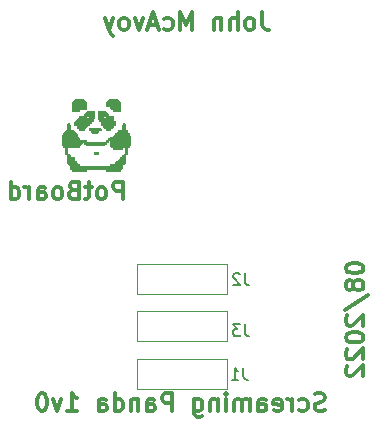
<source format=gbr>
%TF.GenerationSoftware,KiCad,Pcbnew,5.1.10*%
%TF.CreationDate,2021-09-21T18:43:12-07:00*%
%TF.ProjectId,PotBoard,506f7442-6f61-4726-942e-6b696361645f,rev?*%
%TF.SameCoordinates,Original*%
%TF.FileFunction,Legend,Bot*%
%TF.FilePolarity,Positive*%
%FSLAX46Y46*%
G04 Gerber Fmt 4.6, Leading zero omitted, Abs format (unit mm)*
G04 Created by KiCad (PCBNEW 5.1.10) date 2021-09-21 18:43:12*
%MOMM*%
%LPD*%
G01*
G04 APERTURE LIST*
%ADD10C,0.300000*%
%ADD11C,0.010000*%
%ADD12C,0.120000*%
%ADD13C,0.150000*%
G04 APERTURE END LIST*
D10*
X151245831Y-117448248D02*
X151245831Y-117591105D01*
X151317260Y-117733962D01*
X151388688Y-117805391D01*
X151531545Y-117876820D01*
X151817260Y-117948248D01*
X152174402Y-117948248D01*
X152460117Y-117876820D01*
X152602974Y-117805391D01*
X152674402Y-117733962D01*
X152745831Y-117591105D01*
X152745831Y-117448248D01*
X152674402Y-117305391D01*
X152602974Y-117233962D01*
X152460117Y-117162534D01*
X152174402Y-117091105D01*
X151817260Y-117091105D01*
X151531545Y-117162534D01*
X151388688Y-117233962D01*
X151317260Y-117305391D01*
X151245831Y-117448248D01*
X151888688Y-118805391D02*
X151817260Y-118662534D01*
X151745831Y-118591105D01*
X151602974Y-118519677D01*
X151531545Y-118519677D01*
X151388688Y-118591105D01*
X151317260Y-118662534D01*
X151245831Y-118805391D01*
X151245831Y-119091105D01*
X151317260Y-119233962D01*
X151388688Y-119305391D01*
X151531545Y-119376820D01*
X151602974Y-119376820D01*
X151745831Y-119305391D01*
X151817260Y-119233962D01*
X151888688Y-119091105D01*
X151888688Y-118805391D01*
X151960117Y-118662534D01*
X152031545Y-118591105D01*
X152174402Y-118519677D01*
X152460117Y-118519677D01*
X152602974Y-118591105D01*
X152674402Y-118662534D01*
X152745831Y-118805391D01*
X152745831Y-119091105D01*
X152674402Y-119233962D01*
X152602974Y-119305391D01*
X152460117Y-119376820D01*
X152174402Y-119376820D01*
X152031545Y-119305391D01*
X151960117Y-119233962D01*
X151888688Y-119091105D01*
X151174402Y-121091105D02*
X153102974Y-119805391D01*
X151388688Y-121519677D02*
X151317260Y-121591105D01*
X151245831Y-121733962D01*
X151245831Y-122091105D01*
X151317260Y-122233962D01*
X151388688Y-122305391D01*
X151531545Y-122376820D01*
X151674402Y-122376820D01*
X151888688Y-122305391D01*
X152745831Y-121448248D01*
X152745831Y-122376820D01*
X151245831Y-123305391D02*
X151245831Y-123448248D01*
X151317260Y-123591105D01*
X151388688Y-123662534D01*
X151531545Y-123733962D01*
X151817260Y-123805391D01*
X152174402Y-123805391D01*
X152460117Y-123733962D01*
X152602974Y-123662534D01*
X152674402Y-123591105D01*
X152745831Y-123448248D01*
X152745831Y-123305391D01*
X152674402Y-123162534D01*
X152602974Y-123091105D01*
X152460117Y-123019677D01*
X152174402Y-122948248D01*
X151817260Y-122948248D01*
X151531545Y-123019677D01*
X151388688Y-123091105D01*
X151317260Y-123162534D01*
X151245831Y-123305391D01*
X151388688Y-124376820D02*
X151317260Y-124448248D01*
X151245831Y-124591105D01*
X151245831Y-124948248D01*
X151317260Y-125091105D01*
X151388688Y-125162534D01*
X151531545Y-125233962D01*
X151674402Y-125233962D01*
X151888688Y-125162534D01*
X152745831Y-124305391D01*
X152745831Y-125233962D01*
X151388688Y-125805391D02*
X151317260Y-125876820D01*
X151245831Y-126019677D01*
X151245831Y-126376820D01*
X151317260Y-126519677D01*
X151388688Y-126591105D01*
X151531545Y-126662534D01*
X151674402Y-126662534D01*
X151888688Y-126591105D01*
X152745831Y-125733962D01*
X152745831Y-126662534D01*
X132385000Y-111676571D02*
X132385000Y-110176571D01*
X131813571Y-110176571D01*
X131670714Y-110248000D01*
X131599285Y-110319428D01*
X131527857Y-110462285D01*
X131527857Y-110676571D01*
X131599285Y-110819428D01*
X131670714Y-110890857D01*
X131813571Y-110962285D01*
X132385000Y-110962285D01*
X130670714Y-111676571D02*
X130813571Y-111605142D01*
X130885000Y-111533714D01*
X130956428Y-111390857D01*
X130956428Y-110962285D01*
X130885000Y-110819428D01*
X130813571Y-110748000D01*
X130670714Y-110676571D01*
X130456428Y-110676571D01*
X130313571Y-110748000D01*
X130242142Y-110819428D01*
X130170714Y-110962285D01*
X130170714Y-111390857D01*
X130242142Y-111533714D01*
X130313571Y-111605142D01*
X130456428Y-111676571D01*
X130670714Y-111676571D01*
X129742142Y-110676571D02*
X129170714Y-110676571D01*
X129527857Y-110176571D02*
X129527857Y-111462285D01*
X129456428Y-111605142D01*
X129313571Y-111676571D01*
X129170714Y-111676571D01*
X128170714Y-110890857D02*
X127956428Y-110962285D01*
X127885000Y-111033714D01*
X127813571Y-111176571D01*
X127813571Y-111390857D01*
X127885000Y-111533714D01*
X127956428Y-111605142D01*
X128099285Y-111676571D01*
X128670714Y-111676571D01*
X128670714Y-110176571D01*
X128170714Y-110176571D01*
X128027857Y-110248000D01*
X127956428Y-110319428D01*
X127885000Y-110462285D01*
X127885000Y-110605142D01*
X127956428Y-110748000D01*
X128027857Y-110819428D01*
X128170714Y-110890857D01*
X128670714Y-110890857D01*
X126956428Y-111676571D02*
X127099285Y-111605142D01*
X127170714Y-111533714D01*
X127242142Y-111390857D01*
X127242142Y-110962285D01*
X127170714Y-110819428D01*
X127099285Y-110748000D01*
X126956428Y-110676571D01*
X126742142Y-110676571D01*
X126599285Y-110748000D01*
X126527857Y-110819428D01*
X126456428Y-110962285D01*
X126456428Y-111390857D01*
X126527857Y-111533714D01*
X126599285Y-111605142D01*
X126742142Y-111676571D01*
X126956428Y-111676571D01*
X125170714Y-111676571D02*
X125170714Y-110890857D01*
X125242142Y-110748000D01*
X125385000Y-110676571D01*
X125670714Y-110676571D01*
X125813571Y-110748000D01*
X125170714Y-111605142D02*
X125313571Y-111676571D01*
X125670714Y-111676571D01*
X125813571Y-111605142D01*
X125885000Y-111462285D01*
X125885000Y-111319428D01*
X125813571Y-111176571D01*
X125670714Y-111105142D01*
X125313571Y-111105142D01*
X125170714Y-111033714D01*
X124456428Y-111676571D02*
X124456428Y-110676571D01*
X124456428Y-110962285D02*
X124385000Y-110819428D01*
X124313571Y-110748000D01*
X124170714Y-110676571D01*
X124027857Y-110676571D01*
X122885000Y-111676571D02*
X122885000Y-110176571D01*
X122885000Y-111605142D02*
X123027857Y-111676571D01*
X123313571Y-111676571D01*
X123456428Y-111605142D01*
X123527857Y-111533714D01*
X123599285Y-111390857D01*
X123599285Y-110962285D01*
X123527857Y-110819428D01*
X123456428Y-110748000D01*
X123313571Y-110676571D01*
X123027857Y-110676571D01*
X122885000Y-110748000D01*
X144152142Y-95825571D02*
X144152142Y-96897000D01*
X144223571Y-97111285D01*
X144366428Y-97254142D01*
X144580714Y-97325571D01*
X144723571Y-97325571D01*
X143223571Y-97325571D02*
X143366428Y-97254142D01*
X143437857Y-97182714D01*
X143509285Y-97039857D01*
X143509285Y-96611285D01*
X143437857Y-96468428D01*
X143366428Y-96397000D01*
X143223571Y-96325571D01*
X143009285Y-96325571D01*
X142866428Y-96397000D01*
X142795000Y-96468428D01*
X142723571Y-96611285D01*
X142723571Y-97039857D01*
X142795000Y-97182714D01*
X142866428Y-97254142D01*
X143009285Y-97325571D01*
X143223571Y-97325571D01*
X142080714Y-97325571D02*
X142080714Y-95825571D01*
X141437857Y-97325571D02*
X141437857Y-96539857D01*
X141509285Y-96397000D01*
X141652142Y-96325571D01*
X141866428Y-96325571D01*
X142009285Y-96397000D01*
X142080714Y-96468428D01*
X140723571Y-96325571D02*
X140723571Y-97325571D01*
X140723571Y-96468428D02*
X140652142Y-96397000D01*
X140509285Y-96325571D01*
X140295000Y-96325571D01*
X140152142Y-96397000D01*
X140080714Y-96539857D01*
X140080714Y-97325571D01*
X138223571Y-97325571D02*
X138223571Y-95825571D01*
X137723571Y-96897000D01*
X137223571Y-95825571D01*
X137223571Y-97325571D01*
X135866428Y-97254142D02*
X136009285Y-97325571D01*
X136295000Y-97325571D01*
X136437857Y-97254142D01*
X136509285Y-97182714D01*
X136580714Y-97039857D01*
X136580714Y-96611285D01*
X136509285Y-96468428D01*
X136437857Y-96397000D01*
X136295000Y-96325571D01*
X136009285Y-96325571D01*
X135866428Y-96397000D01*
X135295000Y-96897000D02*
X134580714Y-96897000D01*
X135437857Y-97325571D02*
X134937857Y-95825571D01*
X134437857Y-97325571D01*
X134080714Y-96325571D02*
X133723571Y-97325571D01*
X133366428Y-96325571D01*
X132580714Y-97325571D02*
X132723571Y-97254142D01*
X132795000Y-97182714D01*
X132866428Y-97039857D01*
X132866428Y-96611285D01*
X132795000Y-96468428D01*
X132723571Y-96397000D01*
X132580714Y-96325571D01*
X132366428Y-96325571D01*
X132223571Y-96397000D01*
X132152142Y-96468428D01*
X132080714Y-96611285D01*
X132080714Y-97039857D01*
X132152142Y-97182714D01*
X132223571Y-97254142D01*
X132366428Y-97325571D01*
X132580714Y-97325571D01*
X131580714Y-96325571D02*
X131223571Y-97325571D01*
X130866428Y-96325571D02*
X131223571Y-97325571D01*
X131366428Y-97682714D01*
X131437857Y-97754142D01*
X131580714Y-97825571D01*
X149460491Y-129542622D02*
X149246205Y-129614051D01*
X148889062Y-129614051D01*
X148746205Y-129542622D01*
X148674777Y-129471194D01*
X148603348Y-129328337D01*
X148603348Y-129185480D01*
X148674777Y-129042622D01*
X148746205Y-128971194D01*
X148889062Y-128899765D01*
X149174777Y-128828337D01*
X149317634Y-128756908D01*
X149389062Y-128685480D01*
X149460491Y-128542622D01*
X149460491Y-128399765D01*
X149389062Y-128256908D01*
X149317634Y-128185480D01*
X149174777Y-128114051D01*
X148817634Y-128114051D01*
X148603348Y-128185480D01*
X147317634Y-129542622D02*
X147460491Y-129614051D01*
X147746205Y-129614051D01*
X147889062Y-129542622D01*
X147960491Y-129471194D01*
X148031920Y-129328337D01*
X148031920Y-128899765D01*
X147960491Y-128756908D01*
X147889062Y-128685480D01*
X147746205Y-128614051D01*
X147460491Y-128614051D01*
X147317634Y-128685480D01*
X146674777Y-129614051D02*
X146674777Y-128614051D01*
X146674777Y-128899765D02*
X146603348Y-128756908D01*
X146531920Y-128685480D01*
X146389062Y-128614051D01*
X146246205Y-128614051D01*
X145174777Y-129542622D02*
X145317634Y-129614051D01*
X145603348Y-129614051D01*
X145746205Y-129542622D01*
X145817634Y-129399765D01*
X145817634Y-128828337D01*
X145746205Y-128685480D01*
X145603348Y-128614051D01*
X145317634Y-128614051D01*
X145174777Y-128685480D01*
X145103348Y-128828337D01*
X145103348Y-128971194D01*
X145817634Y-129114051D01*
X143817634Y-129614051D02*
X143817634Y-128828337D01*
X143889062Y-128685480D01*
X144031920Y-128614051D01*
X144317634Y-128614051D01*
X144460491Y-128685480D01*
X143817634Y-129542622D02*
X143960491Y-129614051D01*
X144317634Y-129614051D01*
X144460491Y-129542622D01*
X144531920Y-129399765D01*
X144531920Y-129256908D01*
X144460491Y-129114051D01*
X144317634Y-129042622D01*
X143960491Y-129042622D01*
X143817634Y-128971194D01*
X143103348Y-129614051D02*
X143103348Y-128614051D01*
X143103348Y-128756908D02*
X143031920Y-128685480D01*
X142889062Y-128614051D01*
X142674777Y-128614051D01*
X142531920Y-128685480D01*
X142460491Y-128828337D01*
X142460491Y-129614051D01*
X142460491Y-128828337D02*
X142389062Y-128685480D01*
X142246205Y-128614051D01*
X142031920Y-128614051D01*
X141889062Y-128685480D01*
X141817634Y-128828337D01*
X141817634Y-129614051D01*
X141103348Y-129614051D02*
X141103348Y-128614051D01*
X141103348Y-128114051D02*
X141174777Y-128185480D01*
X141103348Y-128256908D01*
X141031920Y-128185480D01*
X141103348Y-128114051D01*
X141103348Y-128256908D01*
X140389062Y-128614051D02*
X140389062Y-129614051D01*
X140389062Y-128756908D02*
X140317634Y-128685480D01*
X140174777Y-128614051D01*
X139960491Y-128614051D01*
X139817634Y-128685480D01*
X139746205Y-128828337D01*
X139746205Y-129614051D01*
X138389062Y-128614051D02*
X138389062Y-129828337D01*
X138460491Y-129971194D01*
X138531920Y-130042622D01*
X138674777Y-130114051D01*
X138889062Y-130114051D01*
X139031920Y-130042622D01*
X138389062Y-129542622D02*
X138531920Y-129614051D01*
X138817634Y-129614051D01*
X138960491Y-129542622D01*
X139031920Y-129471194D01*
X139103348Y-129328337D01*
X139103348Y-128899765D01*
X139031920Y-128756908D01*
X138960491Y-128685480D01*
X138817634Y-128614051D01*
X138531920Y-128614051D01*
X138389062Y-128685480D01*
X136531920Y-129614051D02*
X136531920Y-128114051D01*
X135960491Y-128114051D01*
X135817634Y-128185480D01*
X135746205Y-128256908D01*
X135674777Y-128399765D01*
X135674777Y-128614051D01*
X135746205Y-128756908D01*
X135817634Y-128828337D01*
X135960491Y-128899765D01*
X136531920Y-128899765D01*
X134389062Y-129614051D02*
X134389062Y-128828337D01*
X134460491Y-128685480D01*
X134603348Y-128614051D01*
X134889062Y-128614051D01*
X135031920Y-128685480D01*
X134389062Y-129542622D02*
X134531920Y-129614051D01*
X134889062Y-129614051D01*
X135031920Y-129542622D01*
X135103348Y-129399765D01*
X135103348Y-129256908D01*
X135031920Y-129114051D01*
X134889062Y-129042622D01*
X134531920Y-129042622D01*
X134389062Y-128971194D01*
X133674777Y-128614051D02*
X133674777Y-129614051D01*
X133674777Y-128756908D02*
X133603348Y-128685480D01*
X133460491Y-128614051D01*
X133246205Y-128614051D01*
X133103348Y-128685480D01*
X133031920Y-128828337D01*
X133031920Y-129614051D01*
X131674777Y-129614051D02*
X131674777Y-128114051D01*
X131674777Y-129542622D02*
X131817634Y-129614051D01*
X132103348Y-129614051D01*
X132246205Y-129542622D01*
X132317634Y-129471194D01*
X132389062Y-129328337D01*
X132389062Y-128899765D01*
X132317634Y-128756908D01*
X132246205Y-128685480D01*
X132103348Y-128614051D01*
X131817634Y-128614051D01*
X131674777Y-128685480D01*
X130317634Y-129614051D02*
X130317634Y-128828337D01*
X130389062Y-128685480D01*
X130531920Y-128614051D01*
X130817634Y-128614051D01*
X130960491Y-128685480D01*
X130317634Y-129542622D02*
X130460491Y-129614051D01*
X130817634Y-129614051D01*
X130960491Y-129542622D01*
X131031920Y-129399765D01*
X131031920Y-129256908D01*
X130960491Y-129114051D01*
X130817634Y-129042622D01*
X130460491Y-129042622D01*
X130317634Y-128971194D01*
X127674777Y-129614051D02*
X128531920Y-129614051D01*
X128103348Y-129614051D02*
X128103348Y-128114051D01*
X128246205Y-128328337D01*
X128389062Y-128471194D01*
X128531920Y-128542622D01*
X127174777Y-128614051D02*
X126817634Y-129614051D01*
X126460491Y-128614051D01*
X125603348Y-128114051D02*
X125460491Y-128114051D01*
X125317634Y-128185480D01*
X125246205Y-128256908D01*
X125174777Y-128399765D01*
X125103348Y-128685480D01*
X125103348Y-129042622D01*
X125174777Y-129328337D01*
X125246205Y-129471194D01*
X125317634Y-129542622D01*
X125460491Y-129614051D01*
X125603348Y-129614051D01*
X125746205Y-129542622D01*
X125817634Y-129471194D01*
X125889062Y-129328337D01*
X125960491Y-129042622D01*
X125960491Y-128685480D01*
X125889062Y-128399765D01*
X125817634Y-128256908D01*
X125746205Y-128185480D01*
X125603348Y-128114051D01*
D11*
%TO.C,G\u002A\u002A\u002A*%
G36*
X127702715Y-105240781D02*
G01*
X127672052Y-105289635D01*
X127659728Y-105399458D01*
X127657860Y-105534460D01*
X127654153Y-105704696D01*
X127637869Y-105796684D01*
X127601261Y-105833656D01*
X127556260Y-105839260D01*
X127471358Y-105875181D01*
X127454660Y-105940860D01*
X127418739Y-106025762D01*
X127353060Y-106042460D01*
X127310172Y-106048440D01*
X127281410Y-106077608D01*
X127263969Y-106146798D01*
X127255041Y-106272847D01*
X127251822Y-106472593D01*
X127251460Y-106652060D01*
X127252457Y-106909389D01*
X127257319Y-107081960D01*
X127268850Y-107186610D01*
X127289858Y-107240176D01*
X127323149Y-107259493D01*
X127353060Y-107261660D01*
X127409806Y-107272781D01*
X127440469Y-107321635D01*
X127452793Y-107431458D01*
X127454660Y-107566460D01*
X127458368Y-107736696D01*
X127474652Y-107828684D01*
X127511260Y-107865656D01*
X127556260Y-107871260D01*
X127606882Y-107879744D01*
X127637221Y-107918823D01*
X127652386Y-108008932D01*
X127657487Y-108170509D01*
X127657860Y-108277660D01*
X127659982Y-108480145D01*
X127669751Y-108601500D01*
X127692279Y-108662161D01*
X127732673Y-108682564D01*
X127759460Y-108684060D01*
X127825931Y-108701100D01*
X127855308Y-108769973D01*
X127861060Y-108887260D01*
X127869581Y-109020200D01*
X127904017Y-109078955D01*
X127962660Y-109090460D01*
X128047563Y-109126381D01*
X128064260Y-109192060D01*
X128070241Y-109234948D01*
X128099409Y-109263710D01*
X128168599Y-109281151D01*
X128294648Y-109290079D01*
X128494394Y-109293298D01*
X128673860Y-109293660D01*
X128931190Y-109292663D01*
X129103761Y-109287801D01*
X129208411Y-109276270D01*
X129261977Y-109255262D01*
X129281294Y-109221971D01*
X129283460Y-109192060D01*
X129288206Y-109154069D01*
X129312190Y-109126952D01*
X129370033Y-109108879D01*
X129476354Y-109098023D01*
X129645774Y-109092557D01*
X129892914Y-109090653D01*
X130096260Y-109090460D01*
X130400181Y-109091053D01*
X130617123Y-109094051D01*
X130761708Y-109101281D01*
X130848555Y-109114571D01*
X130892284Y-109135749D01*
X130907515Y-109166641D01*
X130909060Y-109192060D01*
X130915041Y-109234948D01*
X130944209Y-109263710D01*
X131013399Y-109281151D01*
X131139448Y-109290079D01*
X131339194Y-109293298D01*
X131518660Y-109293660D01*
X131775990Y-109292663D01*
X131948561Y-109287801D01*
X132053211Y-109276270D01*
X132106777Y-109255262D01*
X132126094Y-109221971D01*
X132128260Y-109192060D01*
X132164182Y-109107157D01*
X132229860Y-109090460D01*
X132296331Y-109073419D01*
X132325708Y-109004546D01*
X132331460Y-108887260D01*
X132339981Y-108754319D01*
X132374417Y-108695564D01*
X132433060Y-108684060D01*
X132483682Y-108675575D01*
X132514021Y-108636496D01*
X132529186Y-108546387D01*
X132534287Y-108384810D01*
X132534660Y-108277660D01*
X132536782Y-108075174D01*
X132546551Y-107953819D01*
X132569079Y-107893158D01*
X132609473Y-107872755D01*
X132636260Y-107871260D01*
X132693006Y-107860138D01*
X132723669Y-107811284D01*
X132735993Y-107701461D01*
X132737860Y-107566460D01*
X132534660Y-107566460D01*
X132530953Y-107736696D01*
X132514669Y-107828684D01*
X132478061Y-107865656D01*
X132433060Y-107871260D01*
X132348158Y-107907181D01*
X132331460Y-107972860D01*
X132295539Y-108057762D01*
X132229860Y-108074460D01*
X132144958Y-108110381D01*
X132128260Y-108176060D01*
X132092339Y-108260962D01*
X132026660Y-108277660D01*
X131941758Y-108313581D01*
X131925060Y-108379260D01*
X131889139Y-108464162D01*
X131823460Y-108480860D01*
X131738558Y-108516781D01*
X131721860Y-108582460D01*
X131704820Y-108648930D01*
X131635947Y-108678307D01*
X131518660Y-108684060D01*
X131385720Y-108692580D01*
X131326965Y-108727016D01*
X131315460Y-108785660D01*
X131312172Y-108816423D01*
X131294647Y-108840255D01*
X131251392Y-108858039D01*
X131170917Y-108870660D01*
X131041730Y-108879002D01*
X130852339Y-108883948D01*
X130591253Y-108886382D01*
X130246981Y-108887189D01*
X129994660Y-108887260D01*
X129594737Y-108887007D01*
X129284921Y-108885658D01*
X129053723Y-108882331D01*
X128889649Y-108876141D01*
X128781209Y-108866203D01*
X128716912Y-108851635D01*
X128685265Y-108831551D01*
X128674777Y-108805069D01*
X128673860Y-108785660D01*
X128637939Y-108700757D01*
X128572260Y-108684060D01*
X128487358Y-108648138D01*
X128470660Y-108582460D01*
X128434739Y-108497557D01*
X128369060Y-108480860D01*
X128302590Y-108463819D01*
X128273213Y-108394946D01*
X128267460Y-108277660D01*
X128267460Y-108074460D01*
X128064260Y-108074460D01*
X127931320Y-108065939D01*
X127872565Y-108031503D01*
X127861060Y-107972860D01*
X127825139Y-107887957D01*
X127759460Y-107871260D01*
X127702715Y-107860138D01*
X127672052Y-107811284D01*
X127659728Y-107701461D01*
X127657860Y-107566460D01*
X127657860Y-107261660D01*
X128165860Y-107261660D01*
X128397070Y-107260265D01*
X128545082Y-107253630D01*
X128628284Y-107238076D01*
X128665067Y-107209926D01*
X128673819Y-107165501D01*
X128673860Y-107160060D01*
X128709782Y-107075157D01*
X128775460Y-107058460D01*
X128860363Y-107022538D01*
X128877060Y-106956860D01*
X128912982Y-106871957D01*
X128978660Y-106855260D01*
X129063563Y-106891181D01*
X129080260Y-106956860D01*
X129084591Y-106992979D01*
X129106780Y-107019342D01*
X129160619Y-107037482D01*
X129259903Y-107048931D01*
X129418424Y-107055222D01*
X129649977Y-107057887D01*
X129968354Y-107058458D01*
X129994660Y-107058460D01*
X130319737Y-107057978D01*
X130557007Y-107055513D01*
X130720266Y-107049531D01*
X130823306Y-107038499D01*
X130879921Y-107020886D01*
X130903904Y-106995158D01*
X130909049Y-106959782D01*
X130909060Y-106956860D01*
X130944982Y-106871957D01*
X131010660Y-106855260D01*
X131095563Y-106819338D01*
X131112260Y-106753660D01*
X131148182Y-106668757D01*
X131213860Y-106652060D01*
X131270606Y-106663181D01*
X131301269Y-106712035D01*
X131313593Y-106821858D01*
X131315460Y-106956860D01*
X131319168Y-107127096D01*
X131335452Y-107219084D01*
X131372060Y-107256056D01*
X131417060Y-107261660D01*
X131501963Y-107297581D01*
X131518660Y-107363260D01*
X131527145Y-107413881D01*
X131566224Y-107444220D01*
X131656333Y-107459385D01*
X131817910Y-107464486D01*
X131925060Y-107464860D01*
X132127546Y-107462738D01*
X132248901Y-107452969D01*
X132309562Y-107430441D01*
X132329965Y-107390047D01*
X132331460Y-107363260D01*
X132367382Y-107278357D01*
X132433060Y-107261660D01*
X132489806Y-107272781D01*
X132520469Y-107321635D01*
X132532793Y-107431458D01*
X132534660Y-107566460D01*
X132737860Y-107566460D01*
X132741568Y-107396223D01*
X132757852Y-107304235D01*
X132794460Y-107267263D01*
X132839460Y-107261660D01*
X132882349Y-107255679D01*
X132911111Y-107226511D01*
X132928552Y-107157321D01*
X132937480Y-107031272D01*
X132940699Y-106831526D01*
X132941060Y-106652060D01*
X132940064Y-106394730D01*
X132935202Y-106222159D01*
X132923671Y-106117509D01*
X132902663Y-106063943D01*
X132869372Y-106044626D01*
X132839460Y-106042460D01*
X132754558Y-106006538D01*
X132737860Y-105940860D01*
X132701939Y-105855957D01*
X132636260Y-105839260D01*
X132579515Y-105828138D01*
X132548852Y-105779284D01*
X132536528Y-105669461D01*
X132534660Y-105534460D01*
X132530953Y-105364223D01*
X132514669Y-105272235D01*
X132478061Y-105235263D01*
X132433060Y-105229660D01*
X132376315Y-105240781D01*
X132345652Y-105289635D01*
X132333328Y-105399458D01*
X132331460Y-105534460D01*
X132331460Y-105839260D01*
X132128260Y-105839260D01*
X131995320Y-105847780D01*
X131936565Y-105882216D01*
X131925060Y-105940860D01*
X131889139Y-106025762D01*
X131823460Y-106042460D01*
X131738558Y-106078381D01*
X131721860Y-106144060D01*
X131685939Y-106228962D01*
X131620260Y-106245660D01*
X131535358Y-106281581D01*
X131518660Y-106347260D01*
X131501620Y-106413730D01*
X131432747Y-106443107D01*
X131315460Y-106448860D01*
X131182520Y-106457380D01*
X131123765Y-106491816D01*
X131112260Y-106550460D01*
X131076339Y-106635362D01*
X131010660Y-106652060D01*
X130925758Y-106687981D01*
X130909060Y-106753660D01*
X130904315Y-106791650D01*
X130880331Y-106818767D01*
X130822488Y-106836840D01*
X130716167Y-106847696D01*
X130546747Y-106853162D01*
X130299607Y-106855066D01*
X130096260Y-106855260D01*
X129792340Y-106854666D01*
X129575398Y-106851668D01*
X129430813Y-106844438D01*
X129343966Y-106831148D01*
X129300237Y-106809970D01*
X129285006Y-106779078D01*
X129283460Y-106753660D01*
X129272339Y-106696914D01*
X129223485Y-106666251D01*
X129113662Y-106653927D01*
X128978660Y-106652060D01*
X128808424Y-106648352D01*
X128716436Y-106632068D01*
X128679464Y-106595460D01*
X128673860Y-106550460D01*
X128637939Y-106465557D01*
X128572260Y-106448860D01*
X128505790Y-106431819D01*
X128476413Y-106362946D01*
X128470660Y-106245660D01*
X128462140Y-106112719D01*
X128427704Y-106053964D01*
X128369060Y-106042460D01*
X128284158Y-106006538D01*
X128267460Y-105940860D01*
X128250420Y-105874389D01*
X128181547Y-105845012D01*
X128064260Y-105839260D01*
X127861060Y-105839260D01*
X127861060Y-105534460D01*
X127857353Y-105364223D01*
X127841069Y-105272235D01*
X127804461Y-105235263D01*
X127759460Y-105229660D01*
X127702715Y-105240781D01*
G37*
X127702715Y-105240781D02*
X127672052Y-105289635D01*
X127659728Y-105399458D01*
X127657860Y-105534460D01*
X127654153Y-105704696D01*
X127637869Y-105796684D01*
X127601261Y-105833656D01*
X127556260Y-105839260D01*
X127471358Y-105875181D01*
X127454660Y-105940860D01*
X127418739Y-106025762D01*
X127353060Y-106042460D01*
X127310172Y-106048440D01*
X127281410Y-106077608D01*
X127263969Y-106146798D01*
X127255041Y-106272847D01*
X127251822Y-106472593D01*
X127251460Y-106652060D01*
X127252457Y-106909389D01*
X127257319Y-107081960D01*
X127268850Y-107186610D01*
X127289858Y-107240176D01*
X127323149Y-107259493D01*
X127353060Y-107261660D01*
X127409806Y-107272781D01*
X127440469Y-107321635D01*
X127452793Y-107431458D01*
X127454660Y-107566460D01*
X127458368Y-107736696D01*
X127474652Y-107828684D01*
X127511260Y-107865656D01*
X127556260Y-107871260D01*
X127606882Y-107879744D01*
X127637221Y-107918823D01*
X127652386Y-108008932D01*
X127657487Y-108170509D01*
X127657860Y-108277660D01*
X127659982Y-108480145D01*
X127669751Y-108601500D01*
X127692279Y-108662161D01*
X127732673Y-108682564D01*
X127759460Y-108684060D01*
X127825931Y-108701100D01*
X127855308Y-108769973D01*
X127861060Y-108887260D01*
X127869581Y-109020200D01*
X127904017Y-109078955D01*
X127962660Y-109090460D01*
X128047563Y-109126381D01*
X128064260Y-109192060D01*
X128070241Y-109234948D01*
X128099409Y-109263710D01*
X128168599Y-109281151D01*
X128294648Y-109290079D01*
X128494394Y-109293298D01*
X128673860Y-109293660D01*
X128931190Y-109292663D01*
X129103761Y-109287801D01*
X129208411Y-109276270D01*
X129261977Y-109255262D01*
X129281294Y-109221971D01*
X129283460Y-109192060D01*
X129288206Y-109154069D01*
X129312190Y-109126952D01*
X129370033Y-109108879D01*
X129476354Y-109098023D01*
X129645774Y-109092557D01*
X129892914Y-109090653D01*
X130096260Y-109090460D01*
X130400181Y-109091053D01*
X130617123Y-109094051D01*
X130761708Y-109101281D01*
X130848555Y-109114571D01*
X130892284Y-109135749D01*
X130907515Y-109166641D01*
X130909060Y-109192060D01*
X130915041Y-109234948D01*
X130944209Y-109263710D01*
X131013399Y-109281151D01*
X131139448Y-109290079D01*
X131339194Y-109293298D01*
X131518660Y-109293660D01*
X131775990Y-109292663D01*
X131948561Y-109287801D01*
X132053211Y-109276270D01*
X132106777Y-109255262D01*
X132126094Y-109221971D01*
X132128260Y-109192060D01*
X132164182Y-109107157D01*
X132229860Y-109090460D01*
X132296331Y-109073419D01*
X132325708Y-109004546D01*
X132331460Y-108887260D01*
X132339981Y-108754319D01*
X132374417Y-108695564D01*
X132433060Y-108684060D01*
X132483682Y-108675575D01*
X132514021Y-108636496D01*
X132529186Y-108546387D01*
X132534287Y-108384810D01*
X132534660Y-108277660D01*
X132536782Y-108075174D01*
X132546551Y-107953819D01*
X132569079Y-107893158D01*
X132609473Y-107872755D01*
X132636260Y-107871260D01*
X132693006Y-107860138D01*
X132723669Y-107811284D01*
X132735993Y-107701461D01*
X132737860Y-107566460D01*
X132534660Y-107566460D01*
X132530953Y-107736696D01*
X132514669Y-107828684D01*
X132478061Y-107865656D01*
X132433060Y-107871260D01*
X132348158Y-107907181D01*
X132331460Y-107972860D01*
X132295539Y-108057762D01*
X132229860Y-108074460D01*
X132144958Y-108110381D01*
X132128260Y-108176060D01*
X132092339Y-108260962D01*
X132026660Y-108277660D01*
X131941758Y-108313581D01*
X131925060Y-108379260D01*
X131889139Y-108464162D01*
X131823460Y-108480860D01*
X131738558Y-108516781D01*
X131721860Y-108582460D01*
X131704820Y-108648930D01*
X131635947Y-108678307D01*
X131518660Y-108684060D01*
X131385720Y-108692580D01*
X131326965Y-108727016D01*
X131315460Y-108785660D01*
X131312172Y-108816423D01*
X131294647Y-108840255D01*
X131251392Y-108858039D01*
X131170917Y-108870660D01*
X131041730Y-108879002D01*
X130852339Y-108883948D01*
X130591253Y-108886382D01*
X130246981Y-108887189D01*
X129994660Y-108887260D01*
X129594737Y-108887007D01*
X129284921Y-108885658D01*
X129053723Y-108882331D01*
X128889649Y-108876141D01*
X128781209Y-108866203D01*
X128716912Y-108851635D01*
X128685265Y-108831551D01*
X128674777Y-108805069D01*
X128673860Y-108785660D01*
X128637939Y-108700757D01*
X128572260Y-108684060D01*
X128487358Y-108648138D01*
X128470660Y-108582460D01*
X128434739Y-108497557D01*
X128369060Y-108480860D01*
X128302590Y-108463819D01*
X128273213Y-108394946D01*
X128267460Y-108277660D01*
X128267460Y-108074460D01*
X128064260Y-108074460D01*
X127931320Y-108065939D01*
X127872565Y-108031503D01*
X127861060Y-107972860D01*
X127825139Y-107887957D01*
X127759460Y-107871260D01*
X127702715Y-107860138D01*
X127672052Y-107811284D01*
X127659728Y-107701461D01*
X127657860Y-107566460D01*
X127657860Y-107261660D01*
X128165860Y-107261660D01*
X128397070Y-107260265D01*
X128545082Y-107253630D01*
X128628284Y-107238076D01*
X128665067Y-107209926D01*
X128673819Y-107165501D01*
X128673860Y-107160060D01*
X128709782Y-107075157D01*
X128775460Y-107058460D01*
X128860363Y-107022538D01*
X128877060Y-106956860D01*
X128912982Y-106871957D01*
X128978660Y-106855260D01*
X129063563Y-106891181D01*
X129080260Y-106956860D01*
X129084591Y-106992979D01*
X129106780Y-107019342D01*
X129160619Y-107037482D01*
X129259903Y-107048931D01*
X129418424Y-107055222D01*
X129649977Y-107057887D01*
X129968354Y-107058458D01*
X129994660Y-107058460D01*
X130319737Y-107057978D01*
X130557007Y-107055513D01*
X130720266Y-107049531D01*
X130823306Y-107038499D01*
X130879921Y-107020886D01*
X130903904Y-106995158D01*
X130909049Y-106959782D01*
X130909060Y-106956860D01*
X130944982Y-106871957D01*
X131010660Y-106855260D01*
X131095563Y-106819338D01*
X131112260Y-106753660D01*
X131148182Y-106668757D01*
X131213860Y-106652060D01*
X131270606Y-106663181D01*
X131301269Y-106712035D01*
X131313593Y-106821858D01*
X131315460Y-106956860D01*
X131319168Y-107127096D01*
X131335452Y-107219084D01*
X131372060Y-107256056D01*
X131417060Y-107261660D01*
X131501963Y-107297581D01*
X131518660Y-107363260D01*
X131527145Y-107413881D01*
X131566224Y-107444220D01*
X131656333Y-107459385D01*
X131817910Y-107464486D01*
X131925060Y-107464860D01*
X132127546Y-107462738D01*
X132248901Y-107452969D01*
X132309562Y-107430441D01*
X132329965Y-107390047D01*
X132331460Y-107363260D01*
X132367382Y-107278357D01*
X132433060Y-107261660D01*
X132489806Y-107272781D01*
X132520469Y-107321635D01*
X132532793Y-107431458D01*
X132534660Y-107566460D01*
X132737860Y-107566460D01*
X132741568Y-107396223D01*
X132757852Y-107304235D01*
X132794460Y-107267263D01*
X132839460Y-107261660D01*
X132882349Y-107255679D01*
X132911111Y-107226511D01*
X132928552Y-107157321D01*
X132937480Y-107031272D01*
X132940699Y-106831526D01*
X132941060Y-106652060D01*
X132940064Y-106394730D01*
X132935202Y-106222159D01*
X132923671Y-106117509D01*
X132902663Y-106063943D01*
X132869372Y-106044626D01*
X132839460Y-106042460D01*
X132754558Y-106006538D01*
X132737860Y-105940860D01*
X132701939Y-105855957D01*
X132636260Y-105839260D01*
X132579515Y-105828138D01*
X132548852Y-105779284D01*
X132536528Y-105669461D01*
X132534660Y-105534460D01*
X132530953Y-105364223D01*
X132514669Y-105272235D01*
X132478061Y-105235263D01*
X132433060Y-105229660D01*
X132376315Y-105240781D01*
X132345652Y-105289635D01*
X132333328Y-105399458D01*
X132331460Y-105534460D01*
X132331460Y-105839260D01*
X132128260Y-105839260D01*
X131995320Y-105847780D01*
X131936565Y-105882216D01*
X131925060Y-105940860D01*
X131889139Y-106025762D01*
X131823460Y-106042460D01*
X131738558Y-106078381D01*
X131721860Y-106144060D01*
X131685939Y-106228962D01*
X131620260Y-106245660D01*
X131535358Y-106281581D01*
X131518660Y-106347260D01*
X131501620Y-106413730D01*
X131432747Y-106443107D01*
X131315460Y-106448860D01*
X131182520Y-106457380D01*
X131123765Y-106491816D01*
X131112260Y-106550460D01*
X131076339Y-106635362D01*
X131010660Y-106652060D01*
X130925758Y-106687981D01*
X130909060Y-106753660D01*
X130904315Y-106791650D01*
X130880331Y-106818767D01*
X130822488Y-106836840D01*
X130716167Y-106847696D01*
X130546747Y-106853162D01*
X130299607Y-106855066D01*
X130096260Y-106855260D01*
X129792340Y-106854666D01*
X129575398Y-106851668D01*
X129430813Y-106844438D01*
X129343966Y-106831148D01*
X129300237Y-106809970D01*
X129285006Y-106779078D01*
X129283460Y-106753660D01*
X129272339Y-106696914D01*
X129223485Y-106666251D01*
X129113662Y-106653927D01*
X128978660Y-106652060D01*
X128808424Y-106648352D01*
X128716436Y-106632068D01*
X128679464Y-106595460D01*
X128673860Y-106550460D01*
X128637939Y-106465557D01*
X128572260Y-106448860D01*
X128505790Y-106431819D01*
X128476413Y-106362946D01*
X128470660Y-106245660D01*
X128462140Y-106112719D01*
X128427704Y-106053964D01*
X128369060Y-106042460D01*
X128284158Y-106006538D01*
X128267460Y-105940860D01*
X128250420Y-105874389D01*
X128181547Y-105845012D01*
X128064260Y-105839260D01*
X127861060Y-105839260D01*
X127861060Y-105534460D01*
X127857353Y-105364223D01*
X127841069Y-105272235D01*
X127804461Y-105235263D01*
X127759460Y-105229660D01*
X127702715Y-105240781D01*
G36*
X129763451Y-105637454D02*
G01*
X129615439Y-105644089D01*
X129532237Y-105659643D01*
X129495454Y-105687793D01*
X129486702Y-105732218D01*
X129486660Y-105737660D01*
X129522582Y-105822562D01*
X129588260Y-105839260D01*
X129673163Y-105875181D01*
X129689860Y-105940860D01*
X129700982Y-105997605D01*
X129749836Y-106028268D01*
X129859659Y-106040592D01*
X129994660Y-106042460D01*
X130164897Y-106038752D01*
X130256885Y-106022468D01*
X130293857Y-105985860D01*
X130299460Y-105940860D01*
X130335382Y-105855957D01*
X130401060Y-105839260D01*
X130485963Y-105803338D01*
X130502660Y-105737660D01*
X130495688Y-105691418D01*
X130462512Y-105661815D01*
X130384743Y-105645175D01*
X130243991Y-105637818D01*
X130021867Y-105636068D01*
X129994660Y-105636060D01*
X129763451Y-105637454D01*
G37*
X129763451Y-105637454D02*
X129615439Y-105644089D01*
X129532237Y-105659643D01*
X129495454Y-105687793D01*
X129486702Y-105732218D01*
X129486660Y-105737660D01*
X129522582Y-105822562D01*
X129588260Y-105839260D01*
X129673163Y-105875181D01*
X129689860Y-105940860D01*
X129700982Y-105997605D01*
X129749836Y-106028268D01*
X129859659Y-106040592D01*
X129994660Y-106042460D01*
X130164897Y-106038752D01*
X130256885Y-106022468D01*
X130293857Y-105985860D01*
X130299460Y-105940860D01*
X130335382Y-105855957D01*
X130401060Y-105839260D01*
X130485963Y-105803338D01*
X130502660Y-105737660D01*
X130495688Y-105691418D01*
X130462512Y-105661815D01*
X130384743Y-105645175D01*
X130243991Y-105637818D01*
X130021867Y-105636068D01*
X129994660Y-105636060D01*
X129763451Y-105637454D01*
G36*
X130299460Y-104620060D02*
G01*
X130301582Y-104822545D01*
X130311351Y-104943900D01*
X130333879Y-105004561D01*
X130374273Y-105024964D01*
X130401060Y-105026460D01*
X130467531Y-105043500D01*
X130496908Y-105112373D01*
X130502660Y-105229660D01*
X130511181Y-105362600D01*
X130545617Y-105421355D01*
X130604260Y-105432860D01*
X130689163Y-105468781D01*
X130705860Y-105534460D01*
X130741782Y-105619362D01*
X130807460Y-105636060D01*
X130892363Y-105671981D01*
X130909060Y-105737660D01*
X130926101Y-105804130D01*
X130994974Y-105833507D01*
X131112260Y-105839260D01*
X131245201Y-105830739D01*
X131303956Y-105796303D01*
X131315460Y-105737660D01*
X131351382Y-105652757D01*
X131417060Y-105636060D01*
X131501963Y-105600138D01*
X131518660Y-105534460D01*
X131554582Y-105449557D01*
X131620260Y-105432860D01*
X131686731Y-105415819D01*
X131716108Y-105346946D01*
X131721860Y-105229660D01*
X131713340Y-105096719D01*
X131678904Y-105037964D01*
X131620260Y-105026460D01*
X131553790Y-105009419D01*
X131524413Y-104940546D01*
X131518660Y-104823260D01*
X131518660Y-104721660D01*
X130909060Y-104721660D01*
X130873139Y-104806562D01*
X130807460Y-104823260D01*
X130722558Y-104787338D01*
X130705860Y-104721660D01*
X130741782Y-104636757D01*
X130807460Y-104620060D01*
X130892363Y-104655981D01*
X130909060Y-104721660D01*
X131518660Y-104721660D01*
X131518660Y-104620060D01*
X131315460Y-104620060D01*
X131182520Y-104611539D01*
X131123765Y-104577103D01*
X131112260Y-104518460D01*
X131076339Y-104433557D01*
X131010660Y-104416860D01*
X130925758Y-104380938D01*
X130909060Y-104315260D01*
X130897939Y-104258514D01*
X130849085Y-104227851D01*
X130739262Y-104215527D01*
X130604260Y-104213660D01*
X130299460Y-104213660D01*
X130299460Y-104620060D01*
G37*
X130299460Y-104620060D02*
X130301582Y-104822545D01*
X130311351Y-104943900D01*
X130333879Y-105004561D01*
X130374273Y-105024964D01*
X130401060Y-105026460D01*
X130467531Y-105043500D01*
X130496908Y-105112373D01*
X130502660Y-105229660D01*
X130511181Y-105362600D01*
X130545617Y-105421355D01*
X130604260Y-105432860D01*
X130689163Y-105468781D01*
X130705860Y-105534460D01*
X130741782Y-105619362D01*
X130807460Y-105636060D01*
X130892363Y-105671981D01*
X130909060Y-105737660D01*
X130926101Y-105804130D01*
X130994974Y-105833507D01*
X131112260Y-105839260D01*
X131245201Y-105830739D01*
X131303956Y-105796303D01*
X131315460Y-105737660D01*
X131351382Y-105652757D01*
X131417060Y-105636060D01*
X131501963Y-105600138D01*
X131518660Y-105534460D01*
X131554582Y-105449557D01*
X131620260Y-105432860D01*
X131686731Y-105415819D01*
X131716108Y-105346946D01*
X131721860Y-105229660D01*
X131713340Y-105096719D01*
X131678904Y-105037964D01*
X131620260Y-105026460D01*
X131553790Y-105009419D01*
X131524413Y-104940546D01*
X131518660Y-104823260D01*
X131518660Y-104721660D01*
X130909060Y-104721660D01*
X130873139Y-104806562D01*
X130807460Y-104823260D01*
X130722558Y-104787338D01*
X130705860Y-104721660D01*
X130741782Y-104636757D01*
X130807460Y-104620060D01*
X130892363Y-104655981D01*
X130909060Y-104721660D01*
X131518660Y-104721660D01*
X131518660Y-104620060D01*
X131315460Y-104620060D01*
X131182520Y-104611539D01*
X131123765Y-104577103D01*
X131112260Y-104518460D01*
X131076339Y-104433557D01*
X131010660Y-104416860D01*
X130925758Y-104380938D01*
X130909060Y-104315260D01*
X130897939Y-104258514D01*
X130849085Y-104227851D01*
X130739262Y-104215527D01*
X130604260Y-104213660D01*
X130299460Y-104213660D01*
X130299460Y-104620060D01*
G36*
X129418024Y-104217367D02*
G01*
X129326036Y-104233651D01*
X129289064Y-104270259D01*
X129283460Y-104315260D01*
X129247539Y-104400162D01*
X129181860Y-104416860D01*
X129096958Y-104452781D01*
X129080260Y-104518460D01*
X129063220Y-104584930D01*
X128994347Y-104614307D01*
X128877060Y-104620060D01*
X128744120Y-104628580D01*
X128685365Y-104663016D01*
X128673860Y-104721660D01*
X128637939Y-104806562D01*
X128572260Y-104823260D01*
X128487358Y-104859181D01*
X128470660Y-104924860D01*
X128434739Y-105009762D01*
X128369060Y-105026460D01*
X128302590Y-105043500D01*
X128273213Y-105112373D01*
X128267460Y-105229660D01*
X128275981Y-105362600D01*
X128310417Y-105421355D01*
X128369060Y-105432860D01*
X128453963Y-105468781D01*
X128470660Y-105534460D01*
X128506582Y-105619362D01*
X128572260Y-105636060D01*
X128657163Y-105671981D01*
X128673860Y-105737660D01*
X128690901Y-105804130D01*
X128759774Y-105833507D01*
X128877060Y-105839260D01*
X129010001Y-105830739D01*
X129068756Y-105796303D01*
X129080260Y-105737660D01*
X129116182Y-105652757D01*
X129181860Y-105636060D01*
X129266763Y-105600138D01*
X129283460Y-105534460D01*
X129319382Y-105449557D01*
X129385060Y-105432860D01*
X129469963Y-105396938D01*
X129486660Y-105331260D01*
X129522582Y-105246357D01*
X129588260Y-105229660D01*
X129673163Y-105193738D01*
X129689860Y-105128060D01*
X129725782Y-105043157D01*
X129791460Y-105026460D01*
X129842082Y-105017975D01*
X129872421Y-104978896D01*
X129887586Y-104888787D01*
X129892687Y-104727210D01*
X129892706Y-104721660D01*
X129486660Y-104721660D01*
X129450739Y-104806562D01*
X129385060Y-104823260D01*
X129300158Y-104787338D01*
X129283460Y-104721660D01*
X129319382Y-104636757D01*
X129385060Y-104620060D01*
X129469963Y-104655981D01*
X129486660Y-104721660D01*
X129892706Y-104721660D01*
X129893060Y-104620060D01*
X129893060Y-104213660D01*
X129588260Y-104213660D01*
X129418024Y-104217367D01*
G37*
X129418024Y-104217367D02*
X129326036Y-104233651D01*
X129289064Y-104270259D01*
X129283460Y-104315260D01*
X129247539Y-104400162D01*
X129181860Y-104416860D01*
X129096958Y-104452781D01*
X129080260Y-104518460D01*
X129063220Y-104584930D01*
X128994347Y-104614307D01*
X128877060Y-104620060D01*
X128744120Y-104628580D01*
X128685365Y-104663016D01*
X128673860Y-104721660D01*
X128637939Y-104806562D01*
X128572260Y-104823260D01*
X128487358Y-104859181D01*
X128470660Y-104924860D01*
X128434739Y-105009762D01*
X128369060Y-105026460D01*
X128302590Y-105043500D01*
X128273213Y-105112373D01*
X128267460Y-105229660D01*
X128275981Y-105362600D01*
X128310417Y-105421355D01*
X128369060Y-105432860D01*
X128453963Y-105468781D01*
X128470660Y-105534460D01*
X128506582Y-105619362D01*
X128572260Y-105636060D01*
X128657163Y-105671981D01*
X128673860Y-105737660D01*
X128690901Y-105804130D01*
X128759774Y-105833507D01*
X128877060Y-105839260D01*
X129010001Y-105830739D01*
X129068756Y-105796303D01*
X129080260Y-105737660D01*
X129116182Y-105652757D01*
X129181860Y-105636060D01*
X129266763Y-105600138D01*
X129283460Y-105534460D01*
X129319382Y-105449557D01*
X129385060Y-105432860D01*
X129469963Y-105396938D01*
X129486660Y-105331260D01*
X129522582Y-105246357D01*
X129588260Y-105229660D01*
X129673163Y-105193738D01*
X129689860Y-105128060D01*
X129725782Y-105043157D01*
X129791460Y-105026460D01*
X129842082Y-105017975D01*
X129872421Y-104978896D01*
X129887586Y-104888787D01*
X129892687Y-104727210D01*
X129892706Y-104721660D01*
X129486660Y-104721660D01*
X129450739Y-104806562D01*
X129385060Y-104823260D01*
X129300158Y-104787338D01*
X129283460Y-104721660D01*
X129319382Y-104636757D01*
X129385060Y-104620060D01*
X129469963Y-104655981D01*
X129486660Y-104721660D01*
X129892706Y-104721660D01*
X129893060Y-104620060D01*
X129893060Y-104213660D01*
X129588260Y-104213660D01*
X129418024Y-104217367D01*
G36*
X131316175Y-103199781D02*
G01*
X131194820Y-103209550D01*
X131134159Y-103232078D01*
X131113756Y-103272472D01*
X131112260Y-103299260D01*
X131076339Y-103384162D01*
X131010660Y-103400860D01*
X130944190Y-103417900D01*
X130914813Y-103486773D01*
X130909060Y-103604060D01*
X130909060Y-103807260D01*
X131112260Y-103807260D01*
X131245201Y-103815780D01*
X131303956Y-103850216D01*
X131315460Y-103908860D01*
X131351382Y-103993762D01*
X131417060Y-104010460D01*
X131501963Y-104046381D01*
X131518660Y-104112060D01*
X131529782Y-104168805D01*
X131578636Y-104199468D01*
X131688459Y-104211792D01*
X131823460Y-104213660D01*
X132128260Y-104213660D01*
X132128260Y-103807260D01*
X132126139Y-103604774D01*
X132116370Y-103483419D01*
X132093842Y-103422758D01*
X132053448Y-103402355D01*
X132026660Y-103400860D01*
X131941758Y-103364938D01*
X131925060Y-103299260D01*
X131916576Y-103248638D01*
X131877497Y-103218299D01*
X131787388Y-103203134D01*
X131625811Y-103198033D01*
X131518660Y-103197660D01*
X131316175Y-103199781D01*
G37*
X131316175Y-103199781D02*
X131194820Y-103209550D01*
X131134159Y-103232078D01*
X131113756Y-103272472D01*
X131112260Y-103299260D01*
X131076339Y-103384162D01*
X131010660Y-103400860D01*
X130944190Y-103417900D01*
X130914813Y-103486773D01*
X130909060Y-103604060D01*
X130909060Y-103807260D01*
X131112260Y-103807260D01*
X131245201Y-103815780D01*
X131303956Y-103850216D01*
X131315460Y-103908860D01*
X131351382Y-103993762D01*
X131417060Y-104010460D01*
X131501963Y-104046381D01*
X131518660Y-104112060D01*
X131529782Y-104168805D01*
X131578636Y-104199468D01*
X131688459Y-104211792D01*
X131823460Y-104213660D01*
X132128260Y-104213660D01*
X132128260Y-103807260D01*
X132126139Y-103604774D01*
X132116370Y-103483419D01*
X132093842Y-103422758D01*
X132053448Y-103402355D01*
X132026660Y-103400860D01*
X131941758Y-103364938D01*
X131925060Y-103299260D01*
X131916576Y-103248638D01*
X131877497Y-103218299D01*
X131787388Y-103203134D01*
X131625811Y-103198033D01*
X131518660Y-103197660D01*
X131316175Y-103199781D01*
G36*
X128471375Y-103199781D02*
G01*
X128350020Y-103209550D01*
X128289359Y-103232078D01*
X128268956Y-103272472D01*
X128267460Y-103299260D01*
X128231539Y-103384162D01*
X128165860Y-103400860D01*
X128115239Y-103409344D01*
X128084900Y-103448423D01*
X128069735Y-103538532D01*
X128064634Y-103700109D01*
X128064260Y-103807260D01*
X128064260Y-104213660D01*
X128369060Y-104213660D01*
X128539297Y-104209952D01*
X128631285Y-104193668D01*
X128668257Y-104157060D01*
X128673860Y-104112060D01*
X128684982Y-104055314D01*
X128733836Y-104024651D01*
X128843659Y-104012327D01*
X128978660Y-104010460D01*
X129283460Y-104010460D01*
X129283460Y-103705660D01*
X129279753Y-103535423D01*
X129263469Y-103443435D01*
X129226861Y-103406463D01*
X129181860Y-103400860D01*
X129096958Y-103364938D01*
X129080260Y-103299260D01*
X129071776Y-103248638D01*
X129032697Y-103218299D01*
X128942588Y-103203134D01*
X128781011Y-103198033D01*
X128673860Y-103197660D01*
X128471375Y-103199781D01*
G37*
X128471375Y-103199781D02*
X128350020Y-103209550D01*
X128289359Y-103232078D01*
X128268956Y-103272472D01*
X128267460Y-103299260D01*
X128231539Y-103384162D01*
X128165860Y-103400860D01*
X128115239Y-103409344D01*
X128084900Y-103448423D01*
X128069735Y-103538532D01*
X128064634Y-103700109D01*
X128064260Y-103807260D01*
X128064260Y-104213660D01*
X128369060Y-104213660D01*
X128539297Y-104209952D01*
X128631285Y-104193668D01*
X128668257Y-104157060D01*
X128673860Y-104112060D01*
X128684982Y-104055314D01*
X128733836Y-104024651D01*
X128843659Y-104012327D01*
X128978660Y-104010460D01*
X129283460Y-104010460D01*
X129283460Y-103705660D01*
X129279753Y-103535423D01*
X129263469Y-103443435D01*
X129226861Y-103406463D01*
X129181860Y-103400860D01*
X129096958Y-103364938D01*
X129080260Y-103299260D01*
X129071776Y-103248638D01*
X129032697Y-103218299D01*
X128942588Y-103203134D01*
X128781011Y-103198033D01*
X128673860Y-103197660D01*
X128471375Y-103199781D01*
G36*
X129963320Y-107676580D02*
G01*
X129904565Y-107711016D01*
X129893060Y-107769660D01*
X129910101Y-107836130D01*
X129978974Y-107865507D01*
X130096260Y-107871260D01*
X130229201Y-107862739D01*
X130287956Y-107828303D01*
X130299460Y-107769660D01*
X130282420Y-107703189D01*
X130213547Y-107673812D01*
X130096260Y-107668060D01*
X129963320Y-107676580D01*
G37*
X129963320Y-107676580D02*
X129904565Y-107711016D01*
X129893060Y-107769660D01*
X129910101Y-107836130D01*
X129978974Y-107865507D01*
X130096260Y-107871260D01*
X130229201Y-107862739D01*
X130287956Y-107828303D01*
X130299460Y-107769660D01*
X130282420Y-107703189D01*
X130213547Y-107673812D01*
X130096260Y-107668060D01*
X129963320Y-107676580D01*
D12*
%TO.C,J3*%
X133604000Y-123698000D02*
X141224000Y-123698000D01*
X141224000Y-123698000D02*
X141224000Y-121158000D01*
X141224000Y-121158000D02*
X133604000Y-121158000D01*
X133604000Y-121158000D02*
X133604000Y-123698000D01*
%TO.C,J2*%
X141224000Y-117170200D02*
X133604000Y-117170200D01*
X133604000Y-117170200D02*
X133604000Y-119710200D01*
X133604000Y-119710200D02*
X141224000Y-119710200D01*
X141224000Y-119710200D02*
X141224000Y-117170200D01*
%TO.C,J1*%
X133604000Y-127711200D02*
X141224000Y-127711200D01*
X141224000Y-127711200D02*
X141224000Y-125171200D01*
X141224000Y-125171200D02*
X133604000Y-125171200D01*
X133604000Y-125171200D02*
X133604000Y-127711200D01*
%TO.C,J3*%
D13*
X142700333Y-122261380D02*
X142700333Y-122975666D01*
X142747952Y-123118523D01*
X142843190Y-123213761D01*
X142986047Y-123261380D01*
X143081285Y-123261380D01*
X142319380Y-122261380D02*
X141700333Y-122261380D01*
X142033666Y-122642333D01*
X141890809Y-122642333D01*
X141795571Y-122689952D01*
X141747952Y-122737571D01*
X141700333Y-122832809D01*
X141700333Y-123070904D01*
X141747952Y-123166142D01*
X141795571Y-123213761D01*
X141890809Y-123261380D01*
X142176523Y-123261380D01*
X142271761Y-123213761D01*
X142319380Y-123166142D01*
%TO.C,J2*%
X142700333Y-117943380D02*
X142700333Y-118657666D01*
X142747952Y-118800523D01*
X142843190Y-118895761D01*
X142986047Y-118943380D01*
X143081285Y-118943380D01*
X142271761Y-118038619D02*
X142224142Y-117991000D01*
X142128904Y-117943380D01*
X141890809Y-117943380D01*
X141795571Y-117991000D01*
X141747952Y-118038619D01*
X141700333Y-118133857D01*
X141700333Y-118229095D01*
X141747952Y-118371952D01*
X142319380Y-118943380D01*
X141700333Y-118943380D01*
%TO.C,J1*%
X142573333Y-125944380D02*
X142573333Y-126658666D01*
X142620952Y-126801523D01*
X142716190Y-126896761D01*
X142859047Y-126944380D01*
X142954285Y-126944380D01*
X141573333Y-126944380D02*
X142144761Y-126944380D01*
X141859047Y-126944380D02*
X141859047Y-125944380D01*
X141954285Y-126087238D01*
X142049523Y-126182476D01*
X142144761Y-126230095D01*
%TD*%
M02*

</source>
